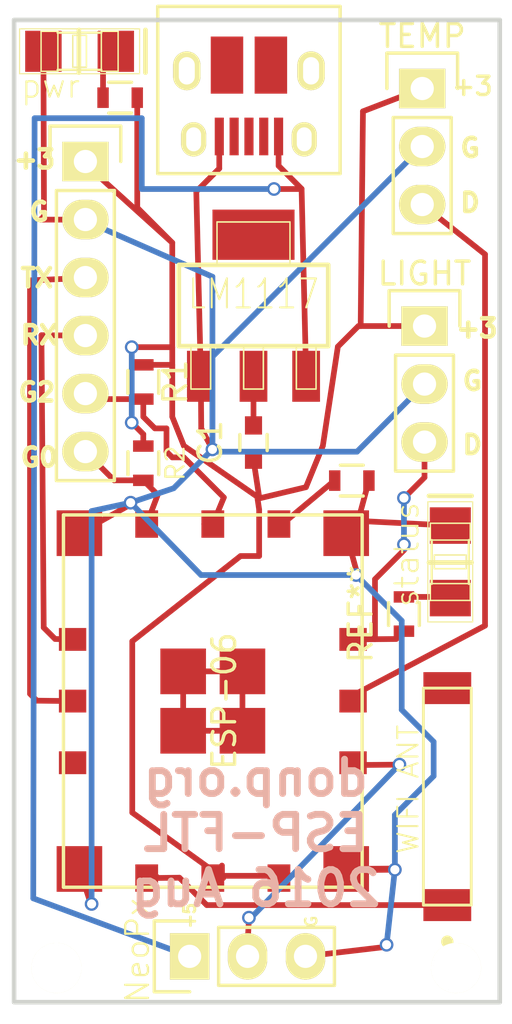
<source format=kicad_pcb>
(kicad_pcb (version 4) (host pcbnew 4.1.0-alpha+201607031448+6962~45~ubuntu15.04.1-product)

  (general
    (links 0)
    (no_connects 0)
    (area 124.225857 34.4675 161.016143 88.983285)
    (thickness 1.6)
    (drawings 19)
    (tracks 163)
    (zones 0)
    (modules 18)
    (nets 1)
  )

  (page A4)
  (layers
    (0 F.Cu signal)
    (31 B.Cu signal)
    (32 B.Adhes user)
    (33 F.Adhes user)
    (34 B.Paste user hide)
    (35 F.Paste user)
    (36 B.SilkS user hide)
    (37 F.SilkS user hide)
    (38 B.Mask user)
    (39 F.Mask user)
    (40 Dwgs.User user)
    (41 Cmts.User user)
    (42 Eco1.User user)
    (43 Eco2.User user)
    (44 Edge.Cuts user)
    (45 Margin user)
    (46 B.CrtYd user)
    (47 F.CrtYd user)
    (48 B.Fab user)
    (49 F.Fab user hide)
  )

  (setup
    (last_trace_width 0.25)
    (trace_clearance 0.2)
    (zone_clearance 0.508)
    (zone_45_only no)
    (trace_min 0.2)
    (segment_width 0.2)
    (edge_width 0.2)
    (via_size 0.6)
    (via_drill 0.4)
    (via_min_size 0.4)
    (via_min_drill 0.3)
    (uvia_size 0.3)
    (uvia_drill 0.1)
    (uvias_allowed no)
    (uvia_min_size 0.2)
    (uvia_min_drill 0.1)
    (pcb_text_width 0.3)
    (pcb_text_size 1.5 1.5)
    (mod_edge_width 0.15)
    (mod_text_size 1 1)
    (mod_text_width 0.15)
    (pad_size 3.59918 2.19964)
    (pad_drill 0)
    (pad_to_mask_clearance 0.2)
    (aux_axis_origin 0 0)
    (visible_elements FFFFFF7F)
    (pcbplotparams
      (layerselection 0x010f0_ffffffff)
      (usegerberextensions true)
      (excludeedgelayer true)
      (linewidth 0.100000)
      (plotframeref false)
      (viasonmask false)
      (mode 1)
      (useauxorigin false)
      (hpglpennumber 1)
      (hpglpenspeed 20)
      (hpglpendiameter 15)
      (psnegative false)
      (psa4output false)
      (plotreference true)
      (plotvalue true)
      (plotinvisibletext false)
      (padsonsilk false)
      (subtractmaskfromsilk false)
      (outputformat 1)
      (mirror false)
      (drillshape 0)
      (scaleselection 1)
      (outputdirectory /home/donp/osh))
  )

  (net 0 "")

  (net_class Default "This is the default net class."
    (clearance 0.2)
    (trace_width 0.25)
    (via_dia 0.6)
    (via_drill 0.4)
    (uvia_dia 0.3)
    (uvia_drill 0.1)
  )

  (module Resistors_SMD:R_0603 (layer F.Cu) (tedit 577AC866) (tstamp 577ABE8A)
    (at 137.668 57.404 90)
    (descr "Resistor SMD 0603, reflow soldering, Vishay (see dcrcw.pdf)")
    (tags "resistor 0603")
    (attr smd)
    (fp_text reference R2 (at 0 1.4 90) (layer F.SilkS)
      (effects (font (size 0.8 0.8) (thickness 0.1)))
    )
    (fp_text value R_0603 (at 0 1.9 90) (layer F.Fab)
      (effects (font (size 1 1) (thickness 0.15)))
    )
    (fp_line (start -1.3 -0.8) (end 1.3 -0.8) (layer F.CrtYd) (width 0.05))
    (fp_line (start -1.3 0.8) (end 1.3 0.8) (layer F.CrtYd) (width 0.05))
    (fp_line (start -1.3 -0.8) (end -1.3 0.8) (layer F.CrtYd) (width 0.05))
    (fp_line (start 1.3 -0.8) (end 1.3 0.8) (layer F.CrtYd) (width 0.05))
    (fp_line (start 0.5 0.675) (end -0.5 0.675) (layer F.SilkS) (width 0.15))
    (fp_line (start -0.5 -0.675) (end 0.5 -0.675) (layer F.SilkS) (width 0.15))
    (pad 1 smd rect (at -0.75 0 90) (size 0.5 0.9) (layers F.Cu F.Paste F.Mask))
    (pad 2 smd rect (at 0.75 0 90) (size 0.5 0.9) (layers F.Cu F.Paste F.Mask))
    (model Resistors_SMD.3dshapes/R_0603.wrl
      (at (xyz 0 0 0))
      (scale (xyz 1 1 1))
      (rotate (xyz 0 0 0))
    )
    (model Resistors_SMD.3dshapes/R_0603.wrl
      (at (xyz 0 0 0))
      (scale (xyz 1 1 1))
      (rotate (xyz 0 0 0))
    )
  )

  (module aalay:aalay-LED1206 (layer F.Cu) (tedit 577AC723) (tstamp 56F9A37D)
    (at 134.874 39.37)
    (attr smd)
    (fp_text reference pwr (at -1.27 1.524) (layer F.SilkS)
      (effects (font (size 1.016 1.016) (thickness 0.0889)))
    )
    (fp_text value >VALUE (at 0.508 2.032) (layer B.SilkS) hide
      (effects (font (size 1.016 1.016) (thickness 0.0889)) (justify mirror))
    )
    (fp_line (start -1.6891 0.8763) (end -0.9525 0.8763) (layer F.SilkS) (width 0.06604))
    (fp_line (start -0.9525 0.8763) (end -0.9525 -0.8763) (layer F.SilkS) (width 0.06604))
    (fp_line (start -1.6891 -0.8763) (end -0.9525 -0.8763) (layer F.SilkS) (width 0.06604))
    (fp_line (start -1.6891 0.8763) (end -1.6891 -0.8763) (layer F.SilkS) (width 0.06604))
    (fp_line (start 0.9525 0.8763) (end 1.6891 0.8763) (layer F.SilkS) (width 0.06604))
    (fp_line (start 1.6891 0.8763) (end 1.6891 -0.8763) (layer F.SilkS) (width 0.06604))
    (fp_line (start 0.9525 -0.8763) (end 1.6891 -0.8763) (layer F.SilkS) (width 0.06604))
    (fp_line (start 0.9525 0.8763) (end 0.9525 -0.8763) (layer F.SilkS) (width 0.06604))
    (fp_line (start -0.29972 0.6985) (end 0.29972 0.6985) (layer F.SilkS) (width 0.06604))
    (fp_line (start 0.29972 0.6985) (end 0.29972 -0.6985) (layer F.SilkS) (width 0.06604))
    (fp_line (start -0.29972 -0.6985) (end 0.29972 -0.6985) (layer F.SilkS) (width 0.06604))
    (fp_line (start -0.29972 0.6985) (end -0.29972 -0.6985) (layer F.SilkS) (width 0.06604))
    (fp_line (start 0.9525 0.8128) (end -0.9652 0.8128) (layer F.SilkS) (width 0.1016))
    (fp_line (start 0.9525 -0.8128) (end -0.9652 -0.8128) (layer F.SilkS) (width 0.1016))
    (fp_line (start -2.63144 -0.98298) (end 2.63144 -0.98298) (layer F.SilkS) (width 0.0508))
    (fp_line (start 2.63144 -0.98298) (end 2.63144 0.98298) (layer F.SilkS) (width 0.0508))
    (fp_line (start 2.63144 0.98298) (end -2.63144 0.98298) (layer F.SilkS) (width 0.0508))
    (fp_line (start -2.63144 0.98298) (end -2.63144 -0.98298) (layer F.SilkS) (width 0.0508))
    (fp_line (start -0.03048 0.93472) (end -0.03048 -0.93472) (layer F.SilkS) (width 0.2032))
    (fp_line (start 2.88798 0.93472) (end 2.88798 -0.93472) (layer F.SilkS) (width 0.2032))
    (pad A smd rect (at -1.5875 0) (size 1.59766 1.80086) (layers F.Cu F.Paste F.Mask))
    (pad K smd rect (at 1.5875 0) (size 1.59766 1.80086) (layers F.Cu F.Paste F.Mask))
  )

  (module aalay:aalay-LED1206 (layer F.Cu) (tedit 56F74F7C) (tstamp 56F9A248)
    (at 151.13 61.722 90)
    (attr smd)
    (fp_text reference status (at 0.3175 -1.9 90) (layer F.SilkS)
      (effects (font (size 1.016 1.016) (thickness 0.0889)))
    )
    (fp_text value >VALUE (at 0.508 2.032 90) (layer B.SilkS) hide
      (effects (font (size 1.016 1.016) (thickness 0.0889)) (justify mirror))
    )
    (fp_line (start -1.6891 0.8763) (end -0.9525 0.8763) (layer F.SilkS) (width 0.06604))
    (fp_line (start -0.9525 0.8763) (end -0.9525 -0.8763) (layer F.SilkS) (width 0.06604))
    (fp_line (start -1.6891 -0.8763) (end -0.9525 -0.8763) (layer F.SilkS) (width 0.06604))
    (fp_line (start -1.6891 0.8763) (end -1.6891 -0.8763) (layer F.SilkS) (width 0.06604))
    (fp_line (start 0.9525 0.8763) (end 1.6891 0.8763) (layer F.SilkS) (width 0.06604))
    (fp_line (start 1.6891 0.8763) (end 1.6891 -0.8763) (layer F.SilkS) (width 0.06604))
    (fp_line (start 0.9525 -0.8763) (end 1.6891 -0.8763) (layer F.SilkS) (width 0.06604))
    (fp_line (start 0.9525 0.8763) (end 0.9525 -0.8763) (layer F.SilkS) (width 0.06604))
    (fp_line (start -0.29972 0.6985) (end 0.29972 0.6985) (layer F.SilkS) (width 0.06604))
    (fp_line (start 0.29972 0.6985) (end 0.29972 -0.6985) (layer F.SilkS) (width 0.06604))
    (fp_line (start -0.29972 -0.6985) (end 0.29972 -0.6985) (layer F.SilkS) (width 0.06604))
    (fp_line (start -0.29972 0.6985) (end -0.29972 -0.6985) (layer F.SilkS) (width 0.06604))
    (fp_line (start 0.9525 0.8128) (end -0.9652 0.8128) (layer F.SilkS) (width 0.1016))
    (fp_line (start 0.9525 -0.8128) (end -0.9652 -0.8128) (layer F.SilkS) (width 0.1016))
    (fp_line (start -2.63144 -0.98298) (end 2.63144 -0.98298) (layer F.SilkS) (width 0.0508))
    (fp_line (start 2.63144 -0.98298) (end 2.63144 0.98298) (layer F.SilkS) (width 0.0508))
    (fp_line (start 2.63144 0.98298) (end -2.63144 0.98298) (layer F.SilkS) (width 0.0508))
    (fp_line (start -2.63144 0.98298) (end -2.63144 -0.98298) (layer F.SilkS) (width 0.0508))
    (fp_line (start -0.03048 0.93472) (end -0.03048 -0.93472) (layer F.SilkS) (width 0.2032))
    (fp_line (start 2.88798 0.93472) (end 2.88798 -0.93472) (layer F.SilkS) (width 0.2032))
    (pad A smd rect (at -1.5875 0 90) (size 1.59766 1.80086) (layers F.Cu F.Paste F.Mask))
    (pad K smd rect (at 1.5875 0 90) (size 1.59766 1.80086) (layers F.Cu F.Paste F.Mask))
  )

  (module Pin_Headers:Pin_Header_Straight_1x03 (layer F.Cu) (tedit 577AC76F) (tstamp 56F73DBC)
    (at 139.7 78.994 90)
    (descr "Through hole pin header")
    (tags "pin header")
    (fp_text reference NeoPx (at 0.254 -2.286 90) (layer F.SilkS)
      (effects (font (size 1 1) (thickness 0.1)))
    )
    (fp_text value Pin_Header_Straight_1x03 (at 0 -3.1 90) (layer F.Fab) hide
      (effects (font (size 1 1) (thickness 0.15)))
    )
    (fp_line (start -1.75 -1.75) (end -1.75 6.85) (layer F.CrtYd) (width 0.05))
    (fp_line (start 1.75 -1.75) (end 1.75 6.85) (layer F.CrtYd) (width 0.05))
    (fp_line (start -1.75 -1.75) (end 1.75 -1.75) (layer F.CrtYd) (width 0.05))
    (fp_line (start -1.75 6.85) (end 1.75 6.85) (layer F.CrtYd) (width 0.05))
    (fp_line (start -1.27 1.27) (end -1.27 6.35) (layer F.SilkS) (width 0.15))
    (fp_line (start -1.27 6.35) (end 1.27 6.35) (layer F.SilkS) (width 0.15))
    (fp_line (start 1.27 6.35) (end 1.27 1.27) (layer F.SilkS) (width 0.15))
    (fp_line (start 1.55 -1.55) (end 1.55 0) (layer F.SilkS) (width 0.15))
    (fp_line (start 1.27 1.27) (end -1.27 1.27) (layer F.SilkS) (width 0.15))
    (fp_line (start -1.55 0) (end -1.55 -1.55) (layer F.SilkS) (width 0.15))
    (fp_line (start -1.55 -1.55) (end 1.55 -1.55) (layer F.SilkS) (width 0.15))
    (pad 1 thru_hole rect (at 0 0 90) (size 2.032 1.7272) (drill 1.016) (layers *.Cu *.Mask F.SilkS))
    (pad 2 thru_hole oval (at 0 2.54 90) (size 2.032 1.7272) (drill 1.016) (layers *.Cu *.Mask F.SilkS))
    (pad 3 thru_hole oval (at 0 5.08 90) (size 2.032 1.7272) (drill 1.016) (layers *.Cu *.Mask F.SilkS))
    (model Pin_Headers.3dshapes/Pin_Header_Straight_1x03.wrl
      (at (xyz 0 -0.1 0))
      (scale (xyz 1 1 1))
      (rotate (xyz 0 0 90))
    )
  )

  (module Pin_Headers:Pin_Header_Straight_1x03 (layer F.Cu) (tedit 56F74971) (tstamp 56F72368)
    (at 149.9 41)
    (descr "Through hole pin header")
    (tags "pin header")
    (fp_text reference TEMP (at 0 -2.3) (layer F.SilkS)
      (effects (font (size 1 1) (thickness 0.15)))
    )
    (fp_text value Pin_Header_Straight_1x03 (at 0 -3.1) (layer F.Fab) hide
      (effects (font (size 1 1) (thickness 0.15)))
    )
    (fp_line (start -1.75 -1.75) (end -1.75 6.85) (layer F.CrtYd) (width 0.05))
    (fp_line (start 1.75 -1.75) (end 1.75 6.85) (layer F.CrtYd) (width 0.05))
    (fp_line (start -1.75 -1.75) (end 1.75 -1.75) (layer F.CrtYd) (width 0.05))
    (fp_line (start -1.75 6.85) (end 1.75 6.85) (layer F.CrtYd) (width 0.05))
    (fp_line (start -1.27 1.27) (end -1.27 6.35) (layer F.SilkS) (width 0.15))
    (fp_line (start -1.27 6.35) (end 1.27 6.35) (layer F.SilkS) (width 0.15))
    (fp_line (start 1.27 6.35) (end 1.27 1.27) (layer F.SilkS) (width 0.15))
    (fp_line (start 1.55 -1.55) (end 1.55 0) (layer F.SilkS) (width 0.15))
    (fp_line (start 1.27 1.27) (end -1.27 1.27) (layer F.SilkS) (width 0.15))
    (fp_line (start -1.55 0) (end -1.55 -1.55) (layer F.SilkS) (width 0.15))
    (fp_line (start -1.55 -1.55) (end 1.55 -1.55) (layer F.SilkS) (width 0.15))
    (pad 1 thru_hole rect (at 0 0) (size 2.032 1.7272) (drill 1.016) (layers *.Cu *.Mask F.SilkS))
    (pad 2 thru_hole oval (at 0 2.54) (size 2.032 1.7272) (drill 1.016) (layers *.Cu *.Mask F.SilkS))
    (pad 3 thru_hole oval (at 0 5.08) (size 2.032 1.7272) (drill 1.016) (layers *.Cu *.Mask F.SilkS))
    (model Pin_Headers.3dshapes/Pin_Header_Straight_1x03.wrl
      (at (xyz 0 -0.1 0))
      (scale (xyz 1 1 1))
      (rotate (xyz 0 0 90))
    )
  )

  (module Pin_Headers:Pin_Header_Straight_1x03 (layer F.Cu) (tedit 56F74978) (tstamp 56F7230E)
    (at 150 51.4)
    (descr "Through hole pin header")
    (tags "pin header")
    (fp_text reference LIGHT (at 0 -2.3) (layer F.SilkS)
      (effects (font (size 1 1) (thickness 0.15)))
    )
    (fp_text value Pin_Header_Straight_1x03 (at 0 -3.1) (layer F.Fab) hide
      (effects (font (size 1 1) (thickness 0.15)))
    )
    (fp_line (start -1.75 -1.75) (end -1.75 6.85) (layer F.CrtYd) (width 0.05))
    (fp_line (start 1.75 -1.75) (end 1.75 6.85) (layer F.CrtYd) (width 0.05))
    (fp_line (start -1.75 -1.75) (end 1.75 -1.75) (layer F.CrtYd) (width 0.05))
    (fp_line (start -1.75 6.85) (end 1.75 6.85) (layer F.CrtYd) (width 0.05))
    (fp_line (start -1.27 1.27) (end -1.27 6.35) (layer F.SilkS) (width 0.15))
    (fp_line (start -1.27 6.35) (end 1.27 6.35) (layer F.SilkS) (width 0.15))
    (fp_line (start 1.27 6.35) (end 1.27 1.27) (layer F.SilkS) (width 0.15))
    (fp_line (start 1.55 -1.55) (end 1.55 0) (layer F.SilkS) (width 0.15))
    (fp_line (start 1.27 1.27) (end -1.27 1.27) (layer F.SilkS) (width 0.15))
    (fp_line (start -1.55 0) (end -1.55 -1.55) (layer F.SilkS) (width 0.15))
    (fp_line (start -1.55 -1.55) (end 1.55 -1.55) (layer F.SilkS) (width 0.15))
    (pad 1 thru_hole rect (at 0 0) (size 2.032 1.7272) (drill 1.016) (layers *.Cu *.Mask F.SilkS))
    (pad 2 thru_hole oval (at 0 2.54) (size 2.032 1.7272) (drill 1.016) (layers *.Cu *.Mask F.SilkS))
    (pad 3 thru_hole oval (at 0 5.08) (size 2.032 1.7272) (drill 1.016) (layers *.Cu *.Mask F.SilkS))
    (model Pin_Headers.3dshapes/Pin_Header_Straight_1x03.wrl
      (at (xyz 0 -0.1 0))
      (scale (xyz 1 1 1))
      (rotate (xyz 0 0 90))
    )
  )

  (module aalay:aalay-SOT223 (layer F.Cu) (tedit 56F70B8E) (tstamp 56F03C8A)
    (at 142.5 50.5)
    (descr "SOT223 PACKAGE")
    (tags "SOT223 PACKAGE")
    (attr smd)
    (fp_text reference LM1117 (at 0 -0.5) (layer F.SilkS)
      (effects (font (size 1.27 1) (thickness 0.0889)))
    )
    (fp_text value >VALUE (at 1.27 0.6858) (layer B.SilkS) hide
      (effects (font (size 1.27 1.27) (thickness 0.0889)) (justify mirror))
    )
    (fp_line (start -1.6002 -1.80086) (end 1.6002 -1.80086) (layer F.SilkS) (width 0.06604))
    (fp_line (start 1.6002 -1.80086) (end 1.6002 -3.6576) (layer F.SilkS) (width 0.06604))
    (fp_line (start -1.6002 -3.6576) (end 1.6002 -3.6576) (layer F.SilkS) (width 0.06604))
    (fp_line (start -1.6002 -1.80086) (end -1.6002 -3.6576) (layer F.SilkS) (width 0.06604))
    (fp_line (start -0.4318 3.6576) (end 0.4318 3.6576) (layer F.SilkS) (width 0.06604))
    (fp_line (start 0.4318 3.6576) (end 0.4318 1.80086) (layer F.SilkS) (width 0.06604))
    (fp_line (start -0.4318 1.80086) (end 0.4318 1.80086) (layer F.SilkS) (width 0.06604))
    (fp_line (start -0.4318 3.6576) (end -0.4318 1.80086) (layer F.SilkS) (width 0.06604))
    (fp_line (start -2.7432 3.6576) (end -1.8796 3.6576) (layer F.SilkS) (width 0.06604))
    (fp_line (start -1.8796 3.6576) (end -1.8796 1.80086) (layer F.SilkS) (width 0.06604))
    (fp_line (start -2.7432 1.80086) (end -1.8796 1.80086) (layer F.SilkS) (width 0.06604))
    (fp_line (start -2.7432 3.6576) (end -2.7432 1.80086) (layer F.SilkS) (width 0.06604))
    (fp_line (start 1.8796 3.6576) (end 2.7432 3.6576) (layer F.SilkS) (width 0.06604))
    (fp_line (start 2.7432 3.6576) (end 2.7432 1.80086) (layer F.SilkS) (width 0.06604))
    (fp_line (start 1.8796 1.80086) (end 2.7432 1.80086) (layer F.SilkS) (width 0.06604))
    (fp_line (start 1.8796 3.6576) (end 1.8796 1.80086) (layer F.SilkS) (width 0.06604))
    (fp_line (start -1.6002 -1.80086) (end 1.6002 -1.80086) (layer F.SilkS) (width 0.06604))
    (fp_line (start 1.6002 -1.80086) (end 1.6002 -3.6576) (layer F.SilkS) (width 0.06604))
    (fp_line (start -1.6002 -3.6576) (end 1.6002 -3.6576) (layer F.SilkS) (width 0.06604))
    (fp_line (start -1.6002 -1.80086) (end -1.6002 -3.6576) (layer F.SilkS) (width 0.06604))
    (fp_line (start -0.4318 3.6576) (end 0.4318 3.6576) (layer F.SilkS) (width 0.06604))
    (fp_line (start 0.4318 3.6576) (end 0.4318 1.80086) (layer F.SilkS) (width 0.06604))
    (fp_line (start -0.4318 1.80086) (end 0.4318 1.80086) (layer F.SilkS) (width 0.06604))
    (fp_line (start -0.4318 3.6576) (end -0.4318 1.80086) (layer F.SilkS) (width 0.06604))
    (fp_line (start -2.7432 3.6576) (end -1.8796 3.6576) (layer F.SilkS) (width 0.06604))
    (fp_line (start -1.8796 3.6576) (end -1.8796 1.80086) (layer F.SilkS) (width 0.06604))
    (fp_line (start -2.7432 1.80086) (end -1.8796 1.80086) (layer F.SilkS) (width 0.06604))
    (fp_line (start -2.7432 3.6576) (end -2.7432 1.80086) (layer F.SilkS) (width 0.06604))
    (fp_line (start 1.8796 3.6576) (end 2.7432 3.6576) (layer F.SilkS) (width 0.06604))
    (fp_line (start 2.7432 3.6576) (end 2.7432 1.80086) (layer F.SilkS) (width 0.06604))
    (fp_line (start 1.8796 1.80086) (end 2.7432 1.80086) (layer F.SilkS) (width 0.06604))
    (fp_line (start 1.8796 3.6576) (end 1.8796 1.80086) (layer F.SilkS) (width 0.06604))
    (fp_line (start 3.2766 -1.778) (end 3.2766 1.778) (layer F.SilkS) (width 0.2032))
    (fp_line (start 3.2766 1.778) (end -3.2766 1.778) (layer F.SilkS) (width 0.2032))
    (fp_line (start -3.2766 1.778) (end -3.2766 -1.778) (layer F.SilkS) (width 0.2032))
    (fp_line (start -3.2766 -1.778) (end 3.2766 -1.778) (layer F.SilkS) (width 0.2032))
    (pad GND smd rect (at -2.30886 3.0988) (size 1.21666 2.23266) (layers F.Cu F.Paste F.Mask))
    (pad OUT smd rect (at 0 3.0988) (size 1.21666 2.23266) (layers F.Cu F.Paste F.Mask))
    (pad IN smd rect (at 2.30886 3.0988) (size 1.21666 2.23266) (layers F.Cu F.Paste F.Mask))
    (pad OUT smd rect (at 0 -3.0988) (size 3.59918 2.19964) (layers F.Cu F.Paste F.Mask))
  )

  (module OPL-Antenna:OPL-Antenna-ANT2-SMD-9.5X2.1X1.0MM (layer F.Cu) (tedit 577AC5CE) (tstamp 56EF2E24)
    (at 151 72 90)
    (attr smd)
    (fp_text reference "WIFI ANT" (at 0.3175 -1.7145 90) (layer F.SilkS)
      (effects (font (size 0.889 0.889) (thickness 0.0889)))
    )
    (fp_text value >VALUE (at 0.762 2.0955 90) (layer B.SilkS) hide
      (effects (font (size 0.889 0.889) (thickness 0.0889)) (justify mirror))
    )
    (fp_line (start -4.7498 1.04902) (end 4.7498 1.04902) (layer F.SilkS) (width 0.06604))
    (fp_line (start 4.7498 1.04902) (end 4.7498 -1.04902) (layer F.SilkS) (width 0.06604))
    (fp_line (start -4.7498 -1.04902) (end 4.7498 -1.04902) (layer F.SilkS) (width 0.06604))
    (fp_line (start -4.7498 1.04902) (end -4.7498 -1.04902) (layer F.SilkS) (width 0.06604))
    (fp_line (start -4.7498 -1.04902) (end 4.7498 -1.04902) (layer F.SilkS) (width 0.127))
    (fp_line (start 4.7498 -1.04902) (end 4.7498 1.04902) (layer F.SilkS) (width 0.127))
    (fp_line (start 4.7498 1.04902) (end -4.7498 1.04902) (layer F.SilkS) (width 0.127))
    (fp_line (start -4.7498 1.04902) (end -4.7498 -1.04902) (layer F.SilkS) (width 0.127))
    (fp_circle (center -6.35 0) (end -6.5405 0.1905) (layer F.SilkS) (width 0))
    (pad 1 smd rect (at -4.7498 0 90) (size 1.39954 2.09804) (layers F.Cu F.Paste F.Mask))
    (pad 2 smd rect (at 4.7498 0 90) (size 1.39954 2.09804) (layers F.Cu F.Paste F.Mask))
  )

  (module ESP-06 (layer F.Cu) (tedit 56F70CCC) (tstamp 56EF2894)
    (at 140.716 67.818 90)
    (fp_text reference ESP-06 (at 0 0.5 90) (layer F.SilkS)
      (effects (font (size 1 1) (thickness 0.15)))
    )
    (fp_text value ESP-06 (at 0 -0.5 90) (layer F.Fab) hide
      (effects (font (size 1 1) (thickness 0.15)))
    )
    (fp_line (start -8.15 6.55) (end 8.15 6.55) (layer F.SilkS) (width 0.15))
    (fp_line (start 8.15 6.55) (end 8.15 -6.55) (layer F.SilkS) (width 0.15))
    (fp_line (start 8.15 -6.55) (end -8.15 -6.55) (layer F.SilkS) (width 0.15))
    (fp_line (start -8.15 -6.55) (end -8.15 6.55) (layer F.SilkS) (width 0.15))
    (pad G smd rect (at -7.35 -5.85 90) (size 2 2) (layers F.Cu F.Paste F.Mask))
    (pad G smd rect (at 7.35 -5.85 90) (size 2 2) (layers F.Cu F.Paste F.Mask))
    (pad G smd rect (at -7.35 5.85 90) (size 2 2) (layers F.Cu F.Paste F.Mask))
    (pad G smd rect (at 7.35 5.85 90) (size 2 2) (layers F.Cu F.Paste F.Mask))
    (pad GP14 smd rect (at -2.7 6.15 90) (size 1 1.2) (layers F.Cu F.Paste F.Mask))
    (pad GP13 smd rect (at 0 6.15 90) (size 1 1.2) (layers F.Cu F.Paste F.Mask))
    (pad GP12 smd rect (at 2.7 6.15 90) (size 1 1.2) (layers F.Cu F.Paste F.Mask))
    (pad TX smd rect (at 0 -6.15 90) (size 1 1.2) (layers F.Cu F.Paste F.Mask))
    (pad GP16 smd rect (at -2.7 -6.15 90) (size 1 1.2) (layers F.Cu F.Paste F.Mask))
    (pad RX smd rect (at 2.7 -6.15 90) (size 1 1.2) (layers F.Cu F.Paste F.Mask))
    (pad 3.3 smd rect (at -7.75 0 90) (size 1.2 1) (layers F.Cu F.Paste F.Mask))
    (pad CHPD smd rect (at -7.75 2.9 90) (size 1.2 1) (layers F.Cu F.Paste F.Mask))
    (pad ANT smd rect (at -7.75 -2.9 90) (size 1.2 1) (layers F.Cu F.Paste F.Mask))
    (pad GP2 smd rect (at 7.75 0 90) (size 1.2 1) (layers F.Cu F.Paste F.Mask))
    (pad GP0 smd rect (at 7.75 -2.9 90) (size 1.2 1) (layers F.Cu F.Paste F.Mask))
    (pad GP15 smd rect (at 7.75 2.9 90) (size 1.2 1) (layers F.Cu F.Paste F.Mask))
    (pad Gx smd rect (at -1.3 -1.3 90) (size 2 2) (layers F.Cu F.Paste F.Mask))
    (pad Gx smd rect (at 1.3 -1.3 90) (size 2 2) (layers F.Cu F.Paste F.Mask))
    (pad Gx smd rect (at -1.3 1.3 90) (size 2 2) (layers F.Cu F.Paste F.Mask))
    (pad Gx smd rect (at 1.3 1.3 90) (size 2 2) (layers F.Cu F.Paste F.Mask))
  )

  (module Connect:USB_Micro-B_10103594-0001LF (layer F.Cu) (tedit 56F72406) (tstamp 56E77216)
    (at 142.3 41.6 180)
    (descr "Micro USB Type B 10103594-0001LF")
    (tags "USB USB_B USB_micro USB_OTG")
    (attr smd)
    (fp_text reference REF** (at -1.5 -4.625 180) (layer F.SilkS) hide
      (effects (font (size 1 1) (thickness 0.15)))
    )
    (fp_text value USB_Micro-B_10103594-0001LF (at 0 6.175 180) (layer F.Fab) hide
      (effects (font (size 1 1) (thickness 0.15)))
    )
    (fp_line (start -4.25 -3.4) (end 4.25 -3.4) (layer F.CrtYd) (width 0.05))
    (fp_line (start 4.25 -3.4) (end 4.25 4.45) (layer F.CrtYd) (width 0.05))
    (fp_line (start 4.25 4.45) (end -4.25 4.45) (layer F.CrtYd) (width 0.05))
    (fp_line (start -4.25 4.45) (end -4.25 -3.4) (layer F.CrtYd) (width 0.05))
    (fp_line (start -4 4.195) (end 4 4.195) (layer F.SilkS) (width 0.15))
    (fp_line (start -4 -3.125) (end 4 -3.125) (layer F.SilkS) (width 0.15))
    (fp_line (start 4 -3.125) (end 4 4.195) (layer F.SilkS) (width 0.15))
    (fp_line (start 4 3.575) (end -4 3.575) (layer F.SilkS) (width 0.15))
    (fp_line (start -4 4.195) (end -4 -3.125) (layer F.SilkS) (width 0.15))
    (pad +5 smd rect (at -1.3 -1.5 270) (size 1.65 0.4) (layers F.Cu F.Paste F.Mask))
    (pad D- smd rect (at -0.65 -1.5 270) (size 1.65 0.4) (layers F.Cu F.Paste F.Mask))
    (pad D+ smd rect (at -0.0009 -1.5 270) (size 1.65 0.4) (layers F.Cu F.Paste F.Mask))
    (pad ID smd rect (at 0.65 -1.5 270) (size 1.65 0.4) (layers F.Cu F.Paste F.Mask))
    (pad GND smd rect (at 1.3 -1.5 270) (size 1.65 0.4) (layers F.Cu F.Paste F.Mask))
    (pad 6 thru_hole oval (at -2.425 -1.625 270) (size 1.5 1.1) (drill oval 1.05 0.65) (layers *.Cu *.Mask F.SilkS))
    (pad 6 thru_hole oval (at 2.425 -1.625 270) (size 1.5 1.1) (drill oval 1.05 0.65) (layers *.Cu *.Mask F.SilkS))
    (pad 6 thru_hole oval (at -2.725 1.375 270) (size 1.7 1.2) (drill oval 1.2 0.7) (layers *.Cu *.Mask F.SilkS))
    (pad 6 thru_hole oval (at 2.725 1.375 270) (size 1.7 1.2) (drill oval 1.2 0.7) (layers *.Cu *.Mask F.SilkS))
    (pad 6 smd rect (at -0.9625 1.625 270) (size 2.5 1.425) (layers F.Cu F.Paste F.Mask))
    (pad 6 smd rect (at 0.9625 1.625 270) (size 2.5 1.425) (layers F.Cu F.Paste F.Mask))
  )

  (module Capacitors_SMD:C_0603 (layer F.Cu) (tedit 577AB80E) (tstamp 577AB175)
    (at 142.5 56.5 90)
    (descr "Capacitor SMD 0603, reflow soldering, AVX (see smccp.pdf)")
    (tags "capacitor 0603")
    (attr smd)
    (fp_text reference C1 (at 0 -1.9 90) (layer F.SilkS)
      (effects (font (size 1 1) (thickness 0.15)))
    )
    (fp_text value C_0603 (at 0 1.9 90) (layer F.Fab)
      (effects (font (size 1 1) (thickness 0.15)))
    )
    (fp_line (start -1.45 -0.75) (end 1.45 -0.75) (layer F.CrtYd) (width 0.05))
    (fp_line (start -1.45 0.75) (end 1.45 0.75) (layer F.CrtYd) (width 0.05))
    (fp_line (start -1.45 -0.75) (end -1.45 0.75) (layer F.CrtYd) (width 0.05))
    (fp_line (start 1.45 -0.75) (end 1.45 0.75) (layer F.CrtYd) (width 0.05))
    (fp_line (start -0.35 -0.6) (end 0.35 -0.6) (layer F.SilkS) (width 0.15))
    (fp_line (start 0.35 0.6) (end -0.35 0.6) (layer F.SilkS) (width 0.15))
    (pad 1 smd rect (at -0.75 0 90) (size 0.8 0.75) (layers F.Cu F.Paste F.Mask))
    (pad 2 smd rect (at 0.75 0 90) (size 0.8 0.75) (layers F.Cu F.Paste F.Mask))
    (model Capacitors_SMD.3dshapes/C_0603.wrl
      (at (xyz 0 0 0))
      (scale (xyz 1 1 1))
      (rotate (xyz 0 0 0))
    )
    (model Capacitors_SMD.3dshapes/C_0603.wrl
      (at (xyz 0 0 0))
      (scale (xyz 1 1 1))
      (rotate (xyz 0 0 0))
    )
    (model Capacitors_SMD.3dshapes/C_0603.wrl
      (at (xyz 0 0 0))
      (scale (xyz 1 1 1))
      (rotate (xyz 0 0 0))
    )
    (model Capacitors_SMD.3dshapes/C_0603.wrl
      (at (xyz 0 0 0))
      (scale (xyz 1 1 1))
      (rotate (xyz 0 0 0))
    )
  )

  (module Resistors_SMD:R_0603 (layer F.Cu) (tedit 577AC86B) (tstamp 577AB18D)
    (at 137.668 53.848 90)
    (descr "Resistor SMD 0603, reflow soldering, Vishay (see dcrcw.pdf)")
    (tags "resistor 0603")
    (attr smd)
    (fp_text reference R1 (at 0 1.4 90) (layer F.SilkS)
      (effects (font (size 1 1) (thickness 0.15)))
    )
    (fp_text value R_0603 (at 0 1.9 90) (layer F.Fab)
      (effects (font (size 1 1) (thickness 0.15)))
    )
    (fp_line (start -1.3 -0.8) (end 1.3 -0.8) (layer F.CrtYd) (width 0.05))
    (fp_line (start -1.3 0.8) (end 1.3 0.8) (layer F.CrtYd) (width 0.05))
    (fp_line (start -1.3 -0.8) (end -1.3 0.8) (layer F.CrtYd) (width 0.05))
    (fp_line (start 1.3 -0.8) (end 1.3 0.8) (layer F.CrtYd) (width 0.05))
    (fp_line (start 0.5 0.675) (end -0.5 0.675) (layer F.SilkS) (width 0.15))
    (fp_line (start -0.5 -0.675) (end 0.5 -0.675) (layer F.SilkS) (width 0.15))
    (pad 1 smd rect (at -0.75 0 90) (size 0.5 0.9) (layers F.Cu F.Paste F.Mask))
    (pad 2 smd rect (at 0.75 0 90) (size 0.5 0.9) (layers F.Cu F.Paste F.Mask))
    (model Resistors_SMD.3dshapes/R_0603.wrl
      (at (xyz 0 0 0))
      (scale (xyz 1 1 1))
      (rotate (xyz 0 0 0))
    )
    (model Resistors_SMD.3dshapes/R_0603.wrl
      (at (xyz 0 0 0))
      (scale (xyz 1 1 1))
      (rotate (xyz 0 0 0))
    )
    (model Resistors_SMD.3dshapes/R_0603.wrl
      (at (xyz 0 0 0))
      (scale (xyz 1 1 1))
      (rotate (xyz 0 0 0))
    )
    (model Resistors_SMD.3dshapes/R_0603.wrl
      (at (xyz 0 0 0))
      (scale (xyz 1 1 1))
      (rotate (xyz 0 0 0))
    )
  )

  (module Pin_Headers:Pin_Header_Straight_1x06 (layer F.Cu) (tedit 577AC73E) (tstamp 577AB9B6)
    (at 135.128 44.196)
    (descr "Through hole pin header")
    (tags "pin header")
    (fp_text reference "" (at 0 -5.1) (layer F.SilkS)
      (effects (font (size 1 1) (thickness 0.15)))
    )
    (fp_text value Pin_Header_Straight_1x06 (at 0 -3.1) (layer F.Fab)
      (effects (font (size 1 1) (thickness 0.15)))
    )
    (fp_line (start -1.75 -1.75) (end -1.75 14.45) (layer F.CrtYd) (width 0.05))
    (fp_line (start 1.75 -1.75) (end 1.75 14.45) (layer F.CrtYd) (width 0.05))
    (fp_line (start -1.75 -1.75) (end 1.75 -1.75) (layer F.CrtYd) (width 0.05))
    (fp_line (start -1.75 14.45) (end 1.75 14.45) (layer F.CrtYd) (width 0.05))
    (fp_line (start 1.27 1.27) (end 1.27 13.97) (layer F.SilkS) (width 0.15))
    (fp_line (start 1.27 13.97) (end -1.27 13.97) (layer F.SilkS) (width 0.15))
    (fp_line (start -1.27 13.97) (end -1.27 1.27) (layer F.SilkS) (width 0.15))
    (fp_line (start 1.55 -1.55) (end 1.55 0) (layer F.SilkS) (width 0.15))
    (fp_line (start 1.27 1.27) (end -1.27 1.27) (layer F.SilkS) (width 0.15))
    (fp_line (start -1.55 0) (end -1.55 -1.55) (layer F.SilkS) (width 0.15))
    (fp_line (start -1.55 -1.55) (end 1.55 -1.55) (layer F.SilkS) (width 0.15))
    (pad 1 thru_hole rect (at 0 0) (size 2.032 1.7272) (drill 1.016) (layers *.Cu *.Mask F.SilkS))
    (pad 2 thru_hole oval (at 0 2.54) (size 2.032 1.7272) (drill 1.016) (layers *.Cu *.Mask F.SilkS))
    (pad 3 thru_hole oval (at 0 5.08) (size 2.032 1.7272) (drill 1.016) (layers *.Cu *.Mask F.SilkS))
    (pad 4 thru_hole oval (at 0 7.62) (size 2.032 1.7272) (drill 1.016) (layers *.Cu *.Mask F.SilkS))
    (pad 5 thru_hole oval (at 0 10.16) (size 2.032 1.7272) (drill 1.016) (layers *.Cu *.Mask F.SilkS))
    (pad 6 thru_hole oval (at 0 12.7) (size 2.032 1.7272) (drill 1.016) (layers *.Cu *.Mask F.SilkS))
    (model Pin_Headers.3dshapes/Pin_Header_Straight_1x06.wrl
      (at (xyz 0 -0.25 0))
      (scale (xyz 1 1 1))
      (rotate (xyz 0 0 90))
    )
    (model Pin_Headers.3dshapes/Pin_Header_Straight_1x06.wrl
      (at (xyz 0 -0.25 0))
      (scale (xyz 1 1 1))
      (rotate (xyz 0 0 90))
    )
  )

  (module Resistors_SMD:R_0603 (layer F.Cu) (tedit 577AC7D6) (tstamp 577ABCDD)
    (at 146.812 58.166)
    (descr "Resistor SMD 0603, reflow soldering, Vishay (see dcrcw.pdf)")
    (tags "resistor 0603")
    (attr smd)
    (fp_text reference "" (at 0 -1.9) (layer F.SilkS)
      (effects (font (size 1 1) (thickness 0.15)))
    )
    (fp_text value R_0603 (at 0 1.9) (layer F.Fab)
      (effects (font (size 1 1) (thickness 0.15)))
    )
    (fp_line (start -1.3 -0.8) (end 1.3 -0.8) (layer F.CrtYd) (width 0.05))
    (fp_line (start -1.3 0.8) (end 1.3 0.8) (layer F.CrtYd) (width 0.05))
    (fp_line (start -1.3 -0.8) (end -1.3 0.8) (layer F.CrtYd) (width 0.05))
    (fp_line (start 1.3 -0.8) (end 1.3 0.8) (layer F.CrtYd) (width 0.05))
    (fp_line (start 0.5 0.675) (end -0.5 0.675) (layer F.SilkS) (width 0.15))
    (fp_line (start -0.5 -0.675) (end 0.5 -0.675) (layer F.SilkS) (width 0.15))
    (pad 1 smd rect (at -0.75 0) (size 0.5 0.9) (layers F.Cu F.Paste F.Mask))
    (pad 2 smd rect (at 0.75 0) (size 0.5 0.9) (layers F.Cu F.Paste F.Mask))
    (model Resistors_SMD.3dshapes/R_0603.wrl
      (at (xyz 0 0 0))
      (scale (xyz 1 1 1))
      (rotate (xyz 0 0 0))
    )
  )

  (module Resistors_SMD:R_0603 (layer F.Cu) (tedit 577AC6FE) (tstamp 577AC355)
    (at 136.652 41.402)
    (descr "Resistor SMD 0603, reflow soldering, Vishay (see dcrcw.pdf)")
    (tags "resistor 0603")
    (attr smd)
    (fp_text reference "" (at 0 -1.9) (layer F.SilkS)
      (effects (font (size 1 1) (thickness 0.15)))
    )
    (fp_text value R_0603 (at 0 1.9) (layer F.Fab)
      (effects (font (size 1 1) (thickness 0.15)))
    )
    (fp_line (start -1.3 -0.8) (end 1.3 -0.8) (layer F.CrtYd) (width 0.05))
    (fp_line (start -1.3 0.8) (end 1.3 0.8) (layer F.CrtYd) (width 0.05))
    (fp_line (start -1.3 -0.8) (end -1.3 0.8) (layer F.CrtYd) (width 0.05))
    (fp_line (start 1.3 -0.8) (end 1.3 0.8) (layer F.CrtYd) (width 0.05))
    (fp_line (start 0.5 0.675) (end -0.5 0.675) (layer F.SilkS) (width 0.15))
    (fp_line (start -0.5 -0.675) (end 0.5 -0.675) (layer F.SilkS) (width 0.15))
    (pad 1 smd rect (at -0.75 0) (size 0.5 0.9) (layers F.Cu F.Paste F.Mask))
    (pad 2 smd rect (at 0.75 0) (size 0.5 0.9) (layers F.Cu F.Paste F.Mask))
    (model Resistors_SMD.3dshapes/R_0603.wrl
      (at (xyz 0 0 0))
      (scale (xyz 1 1 1))
      (rotate (xyz 0 0 0))
    )
    (model Resistors_SMD.3dshapes/R_0603.wrl
      (at (xyz 0 0 0))
      (scale (xyz 1 1 1))
      (rotate (xyz 0 0 0))
    )
  )

  (module Resistors_SMD:R_0603 (layer F.Cu) (tedit 5415CC62) (tstamp 577AC3DF)
    (at 149.098 64.008 90)
    (descr "Resistor SMD 0603, reflow soldering, Vishay (see dcrcw.pdf)")
    (tags "resistor 0603")
    (attr smd)
    (fp_text reference REF** (at 0 -1.9 90) (layer F.SilkS)
      (effects (font (size 1 1) (thickness 0.15)))
    )
    (fp_text value R_0603 (at 0 1.9 90) (layer F.Fab)
      (effects (font (size 1 1) (thickness 0.15)))
    )
    (fp_line (start -1.3 -0.8) (end 1.3 -0.8) (layer F.CrtYd) (width 0.05))
    (fp_line (start -1.3 0.8) (end 1.3 0.8) (layer F.CrtYd) (width 0.05))
    (fp_line (start -1.3 -0.8) (end -1.3 0.8) (layer F.CrtYd) (width 0.05))
    (fp_line (start 1.3 -0.8) (end 1.3 0.8) (layer F.CrtYd) (width 0.05))
    (fp_line (start 0.5 0.675) (end -0.5 0.675) (layer F.SilkS) (width 0.15))
    (fp_line (start -0.5 -0.675) (end 0.5 -0.675) (layer F.SilkS) (width 0.15))
    (pad 1 smd rect (at -0.75 0 90) (size 0.5 0.9) (layers F.Cu F.Paste F.Mask))
    (pad 2 smd rect (at 0.75 0 90) (size 0.5 0.9) (layers F.Cu F.Paste F.Mask))
    (model Resistors_SMD.3dshapes/R_0603.wrl
      (at (xyz 0 0 0))
      (scale (xyz 1 1 1))
      (rotate (xyz 0 0 0))
    )
    (model Resistors_SMD.3dshapes/R_0603.wrl
      (at (xyz 0 0 0))
      (scale (xyz 1 1 1))
      (rotate (xyz 0 0 0))
    )
  )

  (module Mounting_Holes:MountingHole_2.2mm_M2 (layer F.Cu) (tedit 577AC7CE) (tstamp 577BD34E)
    (at 133.858 79.502)
    (descr "Mounting Hole 2.2mm, no annular, M2")
    (tags "mounting hole 2.2mm no annular m2")
    (fp_text reference "" (at 0 -3.2) (layer F.SilkS)
      (effects (font (size 1 1) (thickness 0.15)))
    )
    (fp_text value MountingHole_2.2mm_M2 (at 0 3.2) (layer F.Fab)
      (effects (font (size 1 1) (thickness 0.15)))
    )
    (fp_circle (center 0 0) (end 2.2 0) (layer Cmts.User) (width 0.15))
    (fp_circle (center 0 0) (end 2.45 0) (layer F.CrtYd) (width 0.05))
    (pad 1 np_thru_hole circle (at 0 0) (size 2.2 2.2) (drill 2.2) (layers *.Cu *.Mask F.SilkS))
  )

  (module Mounting_Holes:MountingHole_2.2mm_M2 (layer F.Cu) (tedit 577AC7CA) (tstamp 577BD355)
    (at 151.384 79.502)
    (descr "Mounting Hole 2.2mm, no annular, M2")
    (tags "mounting hole 2.2mm no annular m2")
    (fp_text reference "" (at 0 -3.2) (layer F.SilkS)
      (effects (font (size 1 1) (thickness 0.15)))
    )
    (fp_text value MountingHole_2.2mm_M2 (at 0 3.2) (layer F.Fab)
      (effects (font (size 1 1) (thickness 0.15)))
    )
    (fp_circle (center 0 0) (end 2.2 0) (layer Cmts.User) (width 0.15))
    (fp_circle (center 0 0) (end 2.45 0) (layer F.CrtYd) (width 0.05))
    (pad 1 np_thru_hole circle (at 0 0) (size 2.2 2.2) (drill 2.2) (layers *.Cu *.Mask F.SilkS))
  )

  (gr_text G (at 145.034 77.47 90) (layer F.SilkS)
    (effects (font (size 0.5 0.5) (thickness 0.1)))
  )
  (gr_text G0 (at 133.096 57.15) (layer F.SilkS)
    (effects (font (size 0.8 0.8) (thickness 0.2)))
  )
  (gr_text G2 (at 133 54.3) (layer F.SilkS)
    (effects (font (size 0.8 0.8) (thickness 0.2)))
  )
  (gr_text RX (at 133.1 51.8) (layer F.SilkS)
    (effects (font (size 0.8 0.8) (thickness 0.2)))
  )
  (gr_text TX (at 133 49.3) (layer F.SilkS)
    (effects (font (size 0.8 0.8) (thickness 0.2)))
  )
  (gr_text G (at 133.1 46.4) (layer F.SilkS)
    (effects (font (size 0.8 0.8) (thickness 0.2)))
  )
  (gr_text +3 (at 132.9 44.1) (layer F.SilkS)
    (effects (font (size 0.8 0.8) (thickness 0.2)))
  )
  (gr_text D (at 152.1 56.6) (layer F.SilkS)
    (effects (font (size 0.8 0.8) (thickness 0.2)))
  )
  (gr_text D (at 152 46) (layer F.SilkS)
    (effects (font (size 0.8 0.8) (thickness 0.2)))
  )
  (gr_text G (at 152.1 53.8) (layer F.SilkS)
    (effects (font (size 0.8 0.8) (thickness 0.2)))
  )
  (gr_text G (at 152 43.6) (layer F.SilkS)
    (effects (font (size 0.8 0.8) (thickness 0.2)))
  )
  (gr_text +5 (at 139.7 77.216 90) (layer F.SilkS)
    (effects (font (size 0.5 0.5) (thickness 0.125)))
  )
  (gr_text +3 (at 152.3 51.5) (layer F.SilkS)
    (effects (font (size 0.8 0.8) (thickness 0.2)))
  )
  (gr_text +3 (at 152.1 40.9) (layer F.SilkS)
    (effects (font (size 0.8 0.8) (thickness 0.15)))
  )
  (gr_line (start 132 81) (end 153.3 81) (angle 90) (layer Edge.Cuts) (width 0.2))
  (gr_line (start 132 38) (end 132 81) (angle 90) (layer Edge.Cuts) (width 0.2))
  (gr_line (start 153.3 38) (end 132 38) (angle 90) (layer Edge.Cuts) (width 0.2))
  (gr_line (start 153.3 38) (end 153.3 81) (angle 90) (layer Edge.Cuts) (width 0.2))
  (gr_text "donp.org\nESP-FTL\n2016 Aug" (at 142.6 73.6) (layer B.SilkS)
    (effects (font (size 1.5 1.5) (thickness 0.3)) (justify mirror))
  )

  (segment (start 139.416 66.518) (end 139.416 69.118) (width 0.25) (layer F.Cu) (net 0) (status C00000))
  (segment (start 139.416 69.118) (end 142.016 69.118) (width 0.25) (layer F.Cu) (net 0) (tstamp 57A03879) (status C00000))
  (segment (start 142.016 69.118) (end 142.016 66.518) (width 0.25) (layer F.Cu) (net 0) (tstamp 57A0387A) (status C00000))
  (segment (start 142.016 66.518) (end 139.416 66.518) (width 0.25) (layer F.Cu) (net 0) (tstamp 57A0387B) (status C00000))
  (segment (start 149.098 60.96) (end 149.098 61.214) (width 0.25) (layer F.Cu) (net 0))
  (via (at 149.098 60.96) (size 0.6) (drill 0.4) (layers F.Cu B.Cu) (net 0))
  (segment (start 149.098 60.96) (end 149.098 58.928) (width 0.25) (layer B.Cu) (net 0) (tstamp 577BD53A))
  (via (at 149.098 58.928) (size 0.6) (drill 0.4) (layers F.Cu B.Cu) (net 0))
  (segment (start 149.098 58.928) (end 150 58.026) (width 0.25) (layer F.Cu) (net 0) (tstamp 577BD53D))
  (segment (start 150 56.48) (end 150 58.026) (width 0.25) (layer F.Cu) (net 0) (tstamp 577BD53E))
  (segment (start 147.828 62.484) (end 147.828 65.108838) (width 0.25) (layer F.Cu) (net 0) (tstamp 577BD543))
  (segment (start 149.098 61.214) (end 147.828 62.484) (width 0.25) (layer F.Cu) (net 0) (tstamp 577BD542))
  (segment (start 149.098 63.258) (end 151.0785 63.258) (width 0.25) (layer F.Cu) (net 0))
  (segment (start 151.0785 63.258) (end 151.13 63.3095) (width 0.25) (layer F.Cu) (net 0) (tstamp 577AC406))
  (segment (start 146.866 65.118) (end 147.828 65.108838) (width 0.25) (layer F.Cu) (net 0) (status 10))
  (segment (start 147.828 65.108838) (end 148.756 65.1) (width 0.25) (layer F.Cu) (net 0) (tstamp 577BD547) (status 10))
  (segment (start 148.756 65.1) (end 149.098 64.758) (width 0.25) (layer F.Cu) (net 0) (tstamp 577AC403))
  (segment (start 151.13 60.1345) (end 147.1035 59.9305) (width 0.25) (layer F.Cu) (net 0) (status 20))
  (segment (start 135.902 41.402) (end 135.902 39.9295) (width 0.25) (layer F.Cu) (net 0))
  (segment (start 135.902 39.9295) (end 136.4615 39.37) (width 0.25) (layer F.Cu) (net 0) (tstamp 577AC371))
  (segment (start 137.402 41.402) (end 137.402 46.216) (width 0.25) (layer F.Cu) (net 0))
  (segment (start 137.402 46.216) (end 138.938 47.752) (width 0.25) (layer F.Cu) (net 0) (tstamp 577AC36D))
  (segment (start 137.668 58.154) (end 136.386 58.154) (width 0.25) (layer F.Cu) (net 0) (status 10))
  (segment (start 136.386 58.154) (end 135.128 56.896) (width 0.25) (layer F.Cu) (net 0) (tstamp 577AC234) (status 20))
  (segment (start 137.668 56.654) (end 137.668 56.134) (width 0.25) (layer F.Cu) (net 0) (status 10))
  (segment (start 137.16 52.324) (end 138.938 52.324) (width 0.25) (layer F.Cu) (net 0) (tstamp 577AC226))
  (via (at 137.16 52.324) (size 0.6) (drill 0.4) (layers F.Cu B.Cu) (net 0))
  (segment (start 137.16 55.626) (end 137.16 52.324) (width 0.25) (layer B.Cu) (net 0) (tstamp 577AC212))
  (via (at 137.16 55.626) (size 0.6) (drill 0.4) (layers F.Cu B.Cu) (net 0))
  (segment (start 137.668 56.134) (end 137.16 55.626) (width 0.25) (layer F.Cu) (net 0) (tstamp 577AC20E))
  (segment (start 137.668 55.372) (end 137.668 54.598) (width 0.25) (layer F.Cu) (net 0) (tstamp 577ABF78) (status 20))
  (segment (start 138.176 55.88) (end 137.668 55.372) (width 0.25) (layer F.Cu) (net 0) (tstamp 577ABF77))
  (segment (start 138.684 55.88) (end 138.176 55.88) (width 0.25) (layer F.Cu) (net 0) (tstamp 577ABF70))
  (segment (start 138.684 56.896) (end 138.684 55.88) (width 0.25) (layer F.Cu) (net 0) (tstamp 577ABF6B))
  (segment (start 138.938 57.15) (end 138.684 56.896) (width 0.25) (layer F.Cu) (net 0) (tstamp 577ABF67))
  (segment (start 139.446 57.15) (end 138.938 57.15) (width 0.25) (layer F.Cu) (net 0) (tstamp 577ABF5D))
  (segment (start 141.2 58.904) (end 139.446 57.15) (width 0.25) (layer F.Cu) (net 0) (tstamp 577ABF58))
  (segment (start 140.716 60.068) (end 141.2 58.904) (width 0.25) (layer F.Cu) (net 0) (status 10))
  (segment (start 137.816 60.068) (end 138.3 58.786) (width 0.25) (layer F.Cu) (net 0) (status 10))
  (segment (start 138.3 58.786) (end 137.668 58.154) (width 0.25) (layer F.Cu) (net 0) (tstamp 577ABF30) (status 20))
  (segment (start 139.446 56.642) (end 139.235793 56.116482) (width 0.25) (layer F.Cu) (net 0) (tstamp 56F73F6E))
  (segment (start 142.748 58.928) (end 139.446 56.642) (width 0.25) (layer F.Cu) (net 0) (tstamp 56F73F6C))
  (segment (start 139.235793 56.116482) (end 138.938 55.372) (width 0.25) (layer F.Cu) (net 0) (tstamp 577AC12E))
  (segment (start 138.938 55.372) (end 138.938 53.34) (width 0.25) (layer F.Cu) (net 0) (tstamp 577ABBF9))
  (segment (start 135.37 56.654) (end 135.128 56.896) (width 0.25) (layer F.Cu) (net 0) (tstamp 577ABF34) (status 30))
  (segment (start 137.668 54.598) (end 135.37 54.598) (width 0.25) (layer F.Cu) (net 0) (status 30))
  (segment (start 135.37 54.598) (end 135.128 54.356) (width 0.25) (layer F.Cu) (net 0) (tstamp 577ABEF8) (status 30))
  (segment (start 137.668 53.098) (end 138.938 53.098) (width 0.25) (layer F.Cu) (net 0) (status 10))
  (segment (start 138.938 53.098) (end 138.938 53.34) (width 0.25) (layer F.Cu) (net 0) (tstamp 577ABEE7))
  (segment (start 147.562 58.166) (end 147.078 59.956) (width 0.25) (layer F.Cu) (net 0) (status 20))
  (segment (start 147.078 59.956) (end 146.566 60.468) (width 0.25) (layer F.Cu) (net 0) (tstamp 577ABD36) (status 30))
  (segment (start 142.5 53.5988) (end 142.5 55.75) (width 0.25) (layer F.Cu) (net 0) (status 30))
  (segment (start 135.14 54.368) (end 135.128 54.356) (width 0.25) (layer F.Cu) (net 0) (tstamp 577ABB3D) (status 30))
  (segment (start 140.716 60.068) (end 140.338 60.068) (width 0.25) (layer F.Cu) (net 0) (status 30))
  (segment (start 142.748 61.468) (end 141.932 61.468) (width 0.25) (layer F.Cu) (net 0))
  (segment (start 141.166 75.568) (end 137.184 72.7) (width 0.25) (layer F.Cu) (net 0) (tstamp 56F737C3) (status 10))
  (segment (start 137.184 72.7) (end 137.184 65.2) (width 0.25) (layer F.Cu) (net 0) (tstamp 56F737CC))
  (segment (start 142.748 61.468) (end 142.748 59.436) (width 0.25) (layer F.Cu) (net 0) (tstamp 56F737D2))
  (segment (start 142.748 59.436) (end 142.678 58.962) (width 0.25) (layer F.Cu) (net 0))
  (segment (start 144.8 58.454) (end 145.542 56.642) (width 0.25) (layer F.Cu) (net 0) (tstamp 56F73963))
  (segment (start 145.542 56.642) (end 146.2 52.3) (width 0.25) (layer F.Cu) (net 0) (tstamp 56F73964))
  (segment (start 146.2 52.3) (end 147.1 51.4) (width 0.25) (layer F.Cu) (net 0) (tstamp 56F73968))
  (segment (start 147.1 51.4) (end 147.2 51.4) (width 0.25) (layer F.Cu) (net 0) (tstamp 56F7396B))
  (segment (start 142.678 58.962) (end 144.8 58.454) (width 0.25) (layer F.Cu) (net 0))
  (segment (start 141.932 61.468) (end 137.184 65.2) (width 0.25) (layer F.Cu) (net 0) (tstamp 577AB978))
  (segment (start 142.5 57.25) (end 142.754 58.922) (width 0.25) (layer F.Cu) (net 0) (status 10))
  (segment (start 142.754 58.922) (end 142.748 58.928) (width 0.25) (layer F.Cu) (net 0) (tstamp 577AB92A))
  (segment (start 138.938 47.752) (end 135 44.2) (width 0.25) (layer F.Cu) (net 0) (tstamp 56F73F77) (status 20))
  (segment (start 138.938 53.34) (end 138.938 52.324) (width 0.25) (layer F.Cu) (net 0) (tstamp 577ABEEA))
  (segment (start 138.938 52.324) (end 138.938 47.752) (width 0.25) (layer F.Cu) (net 0) (tstamp 577AC22A))
  (segment (start 135 46.74) (end 133.16 46.74) (width 0.25) (layer F.Cu) (net 0) (status 10))
  (segment (start 133.3125 46.5875) (end 133.2865 39.37) (width 0.25) (layer F.Cu) (net 0) (tstamp 56F9A43F) (status 20))
  (segment (start 133.16 46.74) (end 133.3125 46.5875) (width 0.25) (layer F.Cu) (net 0) (tstamp 56F9A43E))
  (segment (start 147.1035 59.9305) (end 146.566 60.468) (width 0.25) (layer F.Cu) (net 0) (tstamp 56F9A32C) (status 30))
  (segment (start 143.616 60.068) (end 143.766 60.068) (width 0.25) (layer F.Cu) (net 0) (status 30))
  (segment (start 143.766 60.068) (end 146.05 58.166) (width 0.25) (layer F.Cu) (net 0) (tstamp 56F9A322) (status 10))
  (segment (start 144.60886 45.4) (end 143.4 45.4) (width 0.25) (layer F.Cu) (net 0))
  (segment (start 132.842 76.454) (end 139.7 78.994) (width 0.25) (layer B.Cu) (net 0) (tstamp 56F7467C) (status 20))
  (segment (start 132.9 42.3) (end 132.842 76.454) (width 0.25) (layer B.Cu) (net 0) (tstamp 56F74645))
  (segment (start 137.6 42.3) (end 132.9 42.3) (width 0.25) (layer B.Cu) (net 0) (tstamp 56F74643))
  (segment (start 137.6 45.4) (end 137.6 42.3) (width 0.25) (layer B.Cu) (net 0) (tstamp 56F7463E))
  (segment (start 143.4 45.4) (end 137.6 45.4) (width 0.25) (layer B.Cu) (net 0) (tstamp 56F7463D))
  (via (at 143.4 45.4) (size 0.6) (drill 0.4) (layers F.Cu B.Cu) (net 0))
  (segment (start 148.7 75.2) (end 148.7 72.8) (width 0.25) (layer B.Cu) (net 0))
  (segment (start 149 64.3) (end 147 62.3) (width 0.25) (layer B.Cu) (net 0) (tstamp 56F7446B))
  (segment (start 149 68.2) (end 149 64.3) (width 0.25) (layer B.Cu) (net 0) (tstamp 56F74464))
  (segment (start 150.4 69.6) (end 149 68.2) (width 0.25) (layer B.Cu) (net 0) (tstamp 56F74463))
  (segment (start 150.4 71.1) (end 150.4 69.6) (width 0.25) (layer B.Cu) (net 0) (tstamp 56F74462))
  (segment (start 148.7 72.8) (end 150.4 71.1) (width 0.25) (layer B.Cu) (net 0) (tstamp 56F74460))
  (segment (start 146.966 70.618) (end 148.9 70.6) (width 0.25) (layer F.Cu) (net 0) (status 10))
  (segment (start 142.3 77.3) (end 142.4 77.3) (width 0.25) (layer B.Cu) (net 0))
  (via (at 142.3 77.3) (size 0.6) (drill 0.4) (layers F.Cu B.Cu) (net 0))
  (segment (start 142.3 77.3) (end 142.24 78.534) (width 0.25) (layer F.Cu) (net 0) (tstamp 56F742FE) (status 20))
  (via (at 148.9 70.6) (size 0.6) (drill 0.4) (layers F.Cu B.Cu) (net 0))
  (segment (start 142.4 77.3) (end 148.9 70.6) (width 0.25) (layer B.Cu) (net 0) (tstamp 56F74311))
  (segment (start 147 62.3) (end 140.2 62.3) (width 0.25) (layer B.Cu) (net 0))
  (segment (start 140.2 62.3) (end 137.11 59.132) (width 0.25) (layer B.Cu) (net 0) (tstamp 56F74426))
  (segment (start 147.05 62.25) (end 146.566 60.468) (width 0.25) (layer F.Cu) (net 0) (tstamp 56F7441D) (status 20))
  (via (at 147 62.3) (size 0.6) (drill 0.4) (layers F.Cu B.Cu) (net 0))
  (segment (start 147 62.3) (end 147.05 62.25) (width 0.25) (layer F.Cu) (net 0) (tstamp 56F7441C))
  (segment (start 148.7 75.2) (end 146.616 75.218) (width 0.25) (layer F.Cu) (net 0) (status 20))
  (segment (start 148.7 75.2) (end 148.65 75.15) (width 0.25) (layer F.Cu) (net 0) (tstamp 56F743D2))
  (segment (start 148.65 75.15) (end 146.566 75.168) (width 0.25) (layer F.Cu) (net 0) (tstamp 56F743D8) (status 20))
  (segment (start 148.7 75.2) (end 148.336 78.486) (width 0.25) (layer B.Cu) (net 0))
  (segment (start 148.236 78.586) (end 148.336 78.486) (width 0.25) (layer F.Cu) (net 0) (tstamp 56F743BE))
  (via (at 148.336 78.486) (size 0.6) (drill 0.4) (layers F.Cu B.Cu) (net 0))
  (segment (start 148.236 78.586) (end 144.78 78.994) (width 0.25) (layer F.Cu) (net 0) (status 20))
  (via (at 148.7 75.2) (size 0.6) (drill 0.4) (layers F.Cu B.Cu) (net 0))
  (segment (start 146.966 70.618) (end 146.866 70.518) (width 0.25) (layer F.Cu) (net 0) (tstamp 56F74320) (status 30))
  (segment (start 142.24 78.994) (end 142.24 78.534) (width 0.25) (layer F.Cu) (net 0) (status 30))
  (segment (start 142.24 78.994) (end 142.24 78.734) (width 0.25) (layer F.Cu) (net 0) (status 30))
  (segment (start 135.4 76.7) (end 135.4 59.5) (width 0.25) (layer B.Cu) (net 0))
  (via (at 135.4 76.7) (size 0.6) (drill 0.4) (layers F.Cu B.Cu) (net 0))
  (segment (start 134.866 75.168) (end 135.35 76.65) (width 0.25) (layer F.Cu) (net 0) (status 10))
  (segment (start 135.35 76.65) (end 135.4 76.7) (width 0.25) (layer F.Cu) (net 0) (tstamp 56F7409D))
  (segment (start 135.4 59.5) (end 137.11 59.132) (width 0.25) (layer B.Cu) (net 0) (tstamp 56F740B2))
  (segment (start 142.24 78.634) (end 142.24 78.994) (width 0.25) (layer B.Cu) (net 0) (tstamp 56F740AB) (status 30))
  (segment (start 137.816 75.568) (end 139.25 75.55) (width 0.25) (layer F.Cu) (net 0) (status 10))
  (segment (start 140.4498 76.7498) (end 151 76.7498) (width 0.25) (layer F.Cu) (net 0) (tstamp 56F7407E) (status 20))
  (segment (start 139.25 75.55) (end 140.4498 76.7498) (width 0.25) (layer F.Cu) (net 0) (tstamp 56F74076))
  (segment (start 147.2 51.4) (end 147.3 42) (width 0.25) (layer F.Cu) (net 0))
  (segment (start 147.3 42) (end 149.9 41) (width 0.25) (layer F.Cu) (net 0) (tstamp 56F73D9D) (status 20))
  (segment (start 140.7 56.9) (end 147.04 56.9) (width 0.25) (layer B.Cu) (net 0))
  (segment (start 147.04 56.9) (end 150 53.94) (width 0.25) (layer B.Cu) (net 0) (tstamp 56F73C5F) (status 20))
  (segment (start 146.866 67.818) (end 146.866 67.568) (width 0.25) (layer F.Cu) (net 0) (status 30))
  (segment (start 146.866 67.568) (end 152.654 64.516) (width 0.25) (layer F.Cu) (net 0) (tstamp 56F739CD) (status 10))
  (segment (start 152.654 64.516) (end 152.654 48.26) (width 0.25) (layer F.Cu) (net 0) (tstamp 56F739CF))
  (segment (start 152.654 48.26) (end 149.9 46.08) (width 0.25) (layer F.Cu) (net 0) (tstamp 56F739D6) (status 20))
  (segment (start 140.7 56.8) (end 140.7 56.9) (width 0.25) (layer B.Cu) (net 0))
  (segment (start 140.7 56.9) (end 140.7 52.74) (width 0.25) (layer B.Cu) (net 0) (tstamp 56F73C5D))
  (segment (start 140.7 52.74) (end 149.9 43.54) (width 0.25) (layer B.Cu) (net 0) (tstamp 56F7399C) (status 20))
  (segment (start 140.7 56.8) (end 140.7 49.24) (width 0.25) (layer B.Cu) (net 0))
  (segment (start 140.7 49.24) (end 135 46.74) (width 0.25) (layer B.Cu) (net 0) (tstamp 56F7398B) (status 20))
  (segment (start 137.11 59.132) (end 139 58.5) (width 0.25) (layer B.Cu) (net 0))
  (segment (start 139 58.5) (end 140.7 56.8) (width 0.25) (layer B.Cu) (net 0) (tstamp 56F73983))
  (segment (start 137.16 59.182) (end 137.11 59.132) (width 0.25) (layer F.Cu) (net 0) (tstamp 56F738CB))
  (via (at 137.11 59.132) (size 0.6) (drill 0.4) (layers F.Cu B.Cu) (net 0))
  (segment (start 134.866 60.468) (end 137.16 59.182) (width 0.25) (layer F.Cu) (net 0) (status 10))
  (segment (start 140.208 55.88) (end 140.7 56.8) (width 0.25) (layer F.Cu) (net 0) (tstamp 56F738E8))
  (via (at 140.7 56.8) (size 0.6) (drill 0.4) (layers F.Cu B.Cu) (net 0))
  (segment (start 140.19114 53.5988) (end 140.208 55.88) (width 0.25) (layer F.Cu) (net 0) (status 10))
  (segment (start 147.2 51.4) (end 150 51.4) (width 0.25) (layer F.Cu) (net 0) (tstamp 56F73D9B) (status 20))
  (segment (start 134.566 67.818) (end 133 67.8) (width 0.25) (layer F.Cu) (net 0) (status 10))
  (segment (start 132.7 49.4) (end 135 49.3) (width 0.25) (layer F.Cu) (net 0) (tstamp 56F738B7) (status 20))
  (segment (start 132.7 67.5) (end 132.7 49.4) (width 0.25) (layer F.Cu) (net 0) (tstamp 56F738AE))
  (segment (start 133 67.8) (end 132.7 67.5) (width 0.25) (layer F.Cu) (net 0) (tstamp 56F738AB))
  (segment (start 134.566 65.118) (end 133.8 65.1) (width 0.25) (layer F.Cu) (net 0) (status 10))
  (segment (start 133.2 51.8) (end 135 51.82) (width 0.25) (layer F.Cu) (net 0) (tstamp 56F738A2) (status 20))
  (segment (start 133.3 64.6) (end 133.2 51.8) (width 0.25) (layer F.Cu) (net 0) (tstamp 56F73894))
  (segment (start 133.8 65.1) (end 133.3 64.6) (width 0.25) (layer F.Cu) (net 0) (tstamp 56F73890))
  (segment (start 140.716 75.568) (end 141.166 75.568) (width 0.25) (layer F.Cu) (net 0) (status 30))
  (segment (start 141.116 75.468) (end 141.116 75.218) (width 0.25) (layer F.Cu) (net 0) (status 30))
  (segment (start 141.116 75.468) (end 144.016 75.468) (width 0.25) (layer F.Cu) (net 0) (status 30))
  (segment (start 141.116 75.468) (end 141.116 75.018) (width 0.25) (layer F.Cu) (net 0) (status 30))
  (segment (start 140.09234 53.5) (end 140.19114 53.5988) (width 0.25) (layer F.Cu) (net 0) (tstamp 56F713F5) (status 30))
  (segment (start 138.2662 75.5182) (end 138.216 75.468) (width 0.25) (layer F.Cu) (net 0) (tstamp 56F70DE1) (status 30))
  (segment (start 144.80886 53.5988) (end 144.60886 45.4) (width 0.25) (layer F.Cu) (net 0) (status 10))
  (segment (start 144.60886 45.4) (end 144.60886 45.39114) (width 0.25) (layer F.Cu) (net 0) (tstamp 56F73FFA))
  (segment (start 143.6 44.38228) (end 143.6 43.1) (width 0.25) (layer F.Cu) (net 0) (tstamp 56F70D47) (status 20))
  (segment (start 144.60886 45.39114) (end 143.6 44.38228) (width 0.25) (layer F.Cu) (net 0) (tstamp 56F70D46))
  (segment (start 140.19114 53.5988) (end 139.99114 45.50886) (width 0.25) (layer F.Cu) (net 0) (status 10))
  (segment (start 141 44.5) (end 141 43.1) (width 0.25) (layer F.Cu) (net 0) (tstamp 56F70D42) (status 20))
  (segment (start 139.99114 45.50886) (end 141 44.5) (width 0.25) (layer F.Cu) (net 0) (tstamp 56F70D40))

)

</source>
